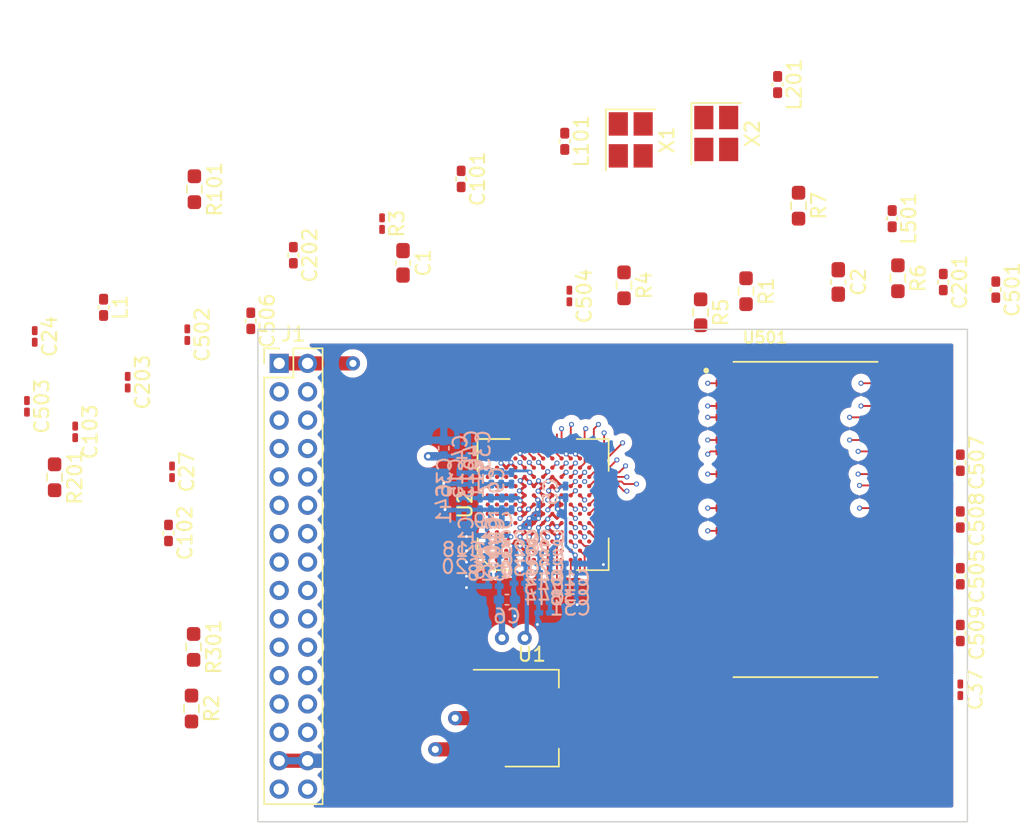
<source format=kicad_pcb>
(kicad_pcb (version 20211014) (generator pcbnew)
  (layers (0 "F.Cu" power "GND 1") (1 "In1.Cu" mixed "Signal 1") (2 "In2.Cu" mixed "Signal 2") (31 "B.Cu" power "GND 2") (34 "B.Paste" user "Dolna pasty") (35 "F.Paste" user "Górna pasty") (36 "B.SilkS" user "Dolna opisowa") (37 "F.SilkS" user "Górna opisowa") (38 "B.Mask" user "Dolna sodermaski") (39 "F.Mask" user "Górna soldermaski") (44 "Edge.Cuts" user "Krawędziowa"))
  (net 0 "")
  (net 1 "+3V3")
  (net 2 "GND")
  (net 3 "+1V2")
  (net 4 "Net-(C24-Pad1)")
  (net 5 "Net-(C102-Pad1)")
  (net 6 "Net-(C202-Pad1)")
  (net 7 "VCCQ")
  (net 10 "/Connector/SPI_CLOCK")
  (net 11 "/Connector/EXT_CLK")
  (net 12 "/Connector/SPI_DATA")
  (net 13 "/Connector/CONF_NSTATUS")
  (net 14 "/Connector/CONF_RESET")
  (net 15 "/Connector/CONF_CDONE")
  (net 16 "/Connector/BUS_CLK")
  (net 17 "/Connector/BUS_D0")
  (net 18 "/Connector/BUS_ACCESS")
  (net 19 "/Connector/BUS_D1")
  (net 20 "/Connector/BUS_GRANT")
  (net 21 "/Connector/BUS_D2")
  (net 22 "/Connector/BUS_COMMAND_DATA")
  (net 23 "/Connector/BUS_D3")
  (net 25 "/Connector/BUS_D4")
  (net 27 "/Connector/BUS_D5")
  (net 29 "/Connector/BUS_D6")
  (net 31 "/Connector/BUS_D7")
  (net 36 "Net-(L1-Pad1)")
  (net 37 "/fpga/CONF_DONE")
  (net 38 "Net-(R2-Pad1)")
  (net 39 "/fpga/CONF_RESET")
  (net 40 "Net-(R5-Pad2)")
  (net 41 "Net-(R6-Pad2)")
  (net 42 "Net-(R7-Pad2)")
  (net 43 "Net-(R101-Pad1)")
  (net 44 "/clock/50MHz")
  (net 45 "Net-(R201-Pad1)")
  (net 46 "/clock/74.25MHz")
  (net 71 "/fpga/CONF_NSTATUS")
  (net 99 "/fpga/SPI_DATA")
  (net 102 "/SDRAM/RAM_D3")
  (net 103 "/fpga/SPI_CLK")
  (net 104 "/SDRAM/RAM_A4")
  (net 105 "/SDRAM/RAM_A2")
  (net 106 "/SDRAM/RAM_A0")
  (net 107 "/SDRAM/RAM_LDQM")
  (net 108 "/SDRAM/RAM_D10")
  (net 109 "/SDRAM/RAM_D8")
  (net 110 "/SDRAM/RAM_D6")
  (net 111 "/SDRAM/RAM_D15")
  (net 112 "/SDRAM/RAM_D0")
  (net 113 "/SDRAM/RAM_A12")
  (net 114 "/SDRAM/RAM_A10")
  (net 115 "/SDRAM/RAM_A8")
  (net 116 "/SDRAM/RAM_D14")
  (net 117 "/SDRAM/RAM_D12")
  (net 118 "/SDRAM/RAM_CKE")
  (net 119 "/SDRAM/RAM_CS#")
  (net 120 "/SDRAM/RAM_RAS#")
  (net 122 "/SDRAM/RAM_D1")
  (net 123 "/SDRAM/RAM_A6")
  (net 124 "/SDRAM/RAM_A5")
  (net 125 "/SDRAM/RAM_A11")
  (net 126 "/SDRAM/RAM_A9")
  (net 127 "/SDRAM/RAM_UDQM")
  (net 128 "/SDRAM/RAM_D11")
  (net 129 "/SDRAM/RAM_D9")
  (net 130 "/SDRAM/RAM_CAS#")
  (net 131 "/SDRAM/RAM_D5")
  (net 132 "/SDRAM/RAM_BS1")
  (net 134 "/SDRAM/RAM_D2")
  (net 135 "/SDRAM/RAM_A7")
  (net 137 "/SDRAM/RAM_A3")
  (net 138 "/SDRAM/RAM_A1")
  (net 139 "/SDRAM/RAM_D13")
  (net 140 "/SDRAM/RAM_CLK")
  (net 141 "/SDRAM/RAM_WE#")
  (net 142 "/SDRAM/RAM_D7")
  (net 143 "/SDRAM/RAM_D4")
  (net 144 "/SDRAM/RAM_BS0")
  (footprint "Resistor_SMD:R_0603_1608Metric_Pad0.98x0.95mm_HandSolder" (layer "F.Cu") (at 167.6 69 -90)
    (fp_text reference "R6")
    (fp_text value "10k")
  )
  (footprint "Inductor_SMD:L_0402_1005Metric_Pad0.77x0.64mm_HandSolder" (layer "F.Cu") (at 167.2 64.8 -90)
    (fp_text reference "L501")
    (fp_text value "33ohm 100MHz")
  )
  (footprint "Capacitor_SMD:C_0402_1005Metric_Pad0.74x0.62mm_HandSolder" (layer "F.Cu") (at 125 67.375 -90)
    (fp_text reference "C202")
    (fp_text value "4.7u")
  )
  (footprint "Oscillator:Oscillator_SMD_SeikoEpson_SG210-4Pin_2.5x2.0mm_HandSoldering" (layer "F.Cu") (at 154.8 58.8 -90)
    (fp_text reference "X2")
    (fp_text value "SG-8101CG")
  )
  (footprint "Resistor_SMD:R_0603_1608Metric_Pad0.98x0.95mm_HandSolder" (layer "F.Cu") (at 160.6 63.8875 -90)
    (fp_text reference "R7")
    (fp_text value "10k")
  )
  (footprint "Resistor_SMD:R_0603_1608Metric_Pad0.98x0.95mm_HandSolder" (layer "F.Cu") (at 156.9 69.9125 -90)
    (fp_text reference "R1")
    (fp_text value "10k")
  )
  (footprint "Capacitor_SMD:C_0603_1608Metric_Pad1.08x0.95mm_HandSolder" (layer "F.Cu") (at 132.725 67.9125 -90)
    (fp_text reference "C1")
    (fp_text value "10u")
  )
  (footprint "Resistor_SMD:R_0603_1608Metric_Pad0.98x0.95mm_HandSolder" (layer "F.Cu") (at 153.7 71.4 -90)
    (fp_text reference "R5")
    (fp_text value "10k")
  )
  (footprint "Capacitor_SMD:C_0201_0603Metric_Pad0.64x0.40mm_HandSolder" (layer "F.Cu") (at 117.525 72.975 -90)
    (fp_text reference "C502")
    (fp_text value "0.1u")
  )
  (footprint "Capacitor_SMD:C_0402_1005Metric_Pad0.74x0.62mm_HandSolder" (layer "F.Cu") (at 172 82 -90)
    (fp_text reference "C507")
    (fp_text value "0.1u")
  )
  (footprint "Resistor_SMD:R_0201_0603Metric_Pad0.64x0.40mm_HandSolder" (layer "F.Cu") (at 131.25 65.15 -90)
    (fp_text reference "R3")
    (fp_text value "0R")
  )
  (footprint "Package_TO_SOT_SMD:SOT-223-3_TabPin2" (layer "F.Cu") (at 141.8 100)
    (fp_text reference "U1")
    (fp_text value "AMS1117-1.2")
  )
  (footprint "Inductor_SMD:L_0402_1005Metric_Pad0.77x0.64mm_HandSolder" (layer "F.Cu") (at 159.125 55.35 -90)
    (fp_text reference "L201")
    (fp_text value "33ohm 100MHz")
  )
  (footprint "Capacitor_SMD:C_0402_1005Metric_Pad0.74x0.62mm_HandSolder" (layer "F.Cu") (at 136.825 62 -90)
    (fp_text reference "C101")
    (fp_text value "4.7u")
  )
  (footprint "Capacitor_SMD:C_0402_1005Metric_Pad0.74x0.62mm_HandSolder" (layer "F.Cu") (at 172 90 -90)
    (fp_text reference "C505")
    (fp_text value "4.7u")
  )
  (footprint "Resistor_SMD:R_0603_1608Metric_Pad0.98x0.95mm_HandSolder" (layer "F.Cu") (at 117.82 99.3225 -90)
    (fp_text reference "R2")
    (fp_text value "10k")
  )
  (footprint "Resistor_SMD:R_0603_1608Metric_Pad0.98x0.95mm_HandSolder" (layer "F.Cu") (at 148.3 69.5 -90)
    (fp_text reference "R4")
    (fp_text value "10k")
  )
  (footprint "Oscillator:Oscillator_SMD_SeikoEpson_SG210-4Pin_2.5x2.0mm_HandSoldering" (layer "F.Cu") (at 148.775 59.25 -90)
    (fp_text reference "X1")
    (fp_text value "SG-8101CG")
  )
  (footprint "CustomBGA:BGA-169_13x13_9.0x9.0mm" (layer "F.Cu") (at 142.6 84.95 90)
    (fp_text reference "U2")
    (fp_text value "t20f169")
  )
  (footprint "Inductor_SMD:L_0402_1005Metric_Pad0.77x0.64mm_HandSolder" (layer "F.Cu") (at 144.125 59.35 -90)
    (fp_text reference "L101")
    (fp_text value "33ohm 100MHz")
  )
  (footprint "Resistor_SMD:R_0603_1608Metric_Pad0.98x0.95mm_HandSolder" (layer "F.Cu") (at 117.97 94.98 -90)
    (fp_text reference "R301")
    (fp_text value "50R")
  )
  (footprint "Capacitor_SMD:C_0402_1005Metric_Pad0.74x0.62mm_HandSolder" (layer "F.Cu") (at 170.8 69.2675 -90)
    (fp_text reference "C201")
    (fp_text value "4.7u")
  )
  (footprint "Resistor_SMD:R_0603_1608Metric_Pad0.98x0.95mm_HandSolder" (layer "F.Cu") (at 118.025 62.725 -90)
    (fp_text reference "R101")
    (fp_text value "33R")
  )
  (footprint "Connector_PinHeader_2.00mm:PinHeader_2x16_P2.00mm_Vertical" (layer "F.Cu") (at 124 75)
    (fp_text reference "J1")
    (fp_text value "Conn_02x16_Odd_Even")
  )
  (footprint "Capacitor_SMD:C_0201_0603Metric_Pad0.64x0.40mm_HandSolder" (layer "F.Cu") (at 113.325 76.325 -90)
    (fp_text reference "C203")
    (fp_text value "0.1u")
  )
  (footprint "Capacitor_SMD:C_0201_0603Metric_Pad0.64x0.40mm_HandSolder" (layer "F.Cu") (at 144.45 70.25 -90)
    (fp_text reference "C504")
    (fp_text value "0.1u")
  )
  (footprint "Inductor_SMD:L_0402_1005Metric_Pad0.77x0.64mm_HandSolder" (layer "F.Cu") (at 111.625 71.05 -90)
    (fp_text reference "L1")
    (fp_text value "33 Ohm 100MHz")
  )
  (footprint "Capacitor_SMD:C_0201_0603Metric_Pad0.64x0.40mm_HandSolder" (layer "F.Cu") (at 172 98 -90)
    (fp_text reference "C37")
    (fp_text value "0.1u")
  )
  (footprint "Capacitor_SMD:C_0201_0603Metric_Pad0.64x0.40mm_HandSolder" (layer "F.Cu") (at 106.775 73.1 -90)
    (fp_text reference "C24")
    (fp_text value "4.7u")
  )
  (footprint "Capacitor_SMD:C_0201_0603Metric_Pad0.64x0.40mm_HandSolder" (layer "F.Cu") (at 106.225 78.025 -90)
    (fp_text reference "C503")
    (fp_text value "0.1u")
  )
  (footprint "Capacitor_SMD:C_0402_1005Metric_Pad0.74x0.62mm_HandSolder" (layer "F.Cu") (at 172 94 -90)
    (fp_text reference "C509")
    (fp_text value "0.1u")
  )
  (footprint "Capacitor_SMD:C_0201_0603Metric_Pad0.64x0.40mm_HandSolder" (layer "F.Cu") (at 109.625 79.825 -90)
    (fp_text reference "C103")
    (fp_text value "0.1u")
  )
  (footprint "Capacitor_SMD:C_0603_1608Metric_Pad1.08x0.95mm_HandSolder" (layer "F.Cu") (at 163.4 69.2625 -90)
    (fp_text reference "C2")
    (fp_text value "10u")
  )
  (footprint "Capacitor_SMD:C_0402_1005Metric_Pad0.74x0.62mm_HandSolder" (layer "F.Cu") (at 116.2 86.95 -90)
    (fp_text reference "C102")
    (fp_text value "4.7u")
  )
  (footprint "Capacitor_SMD:C_0402_1005Metric_Pad0.74x0.62mm_HandSolder" (layer "F.Cu") (at 174.5 69.8 -90)
    (fp_text reference "C501")
    (fp_text value "4.7u")
  )
  (footprint "Capacitor_SMD:C_0201_0603Metric_Pad0.64x0.40mm_HandSolder" (layer "F.Cu") (at 116.45 82.6425 -90)
    (fp_text reference "C27")
    (fp_text value "0.1u")
  )
  (footprint "Capacitor_SMD:C_0402_1005Metric_Pad0.74x0.62mm_HandSolder" (layer "F.Cu") (at 172 86 -90)
    (fp_text reference "C508")
    (fp_text value "0.1u")
  )
  (footprint "Resistor_SMD:R_0603_1608Metric_Pad0.98x0.95mm_HandSolder" (layer "F.Cu") (at 108.175 83.025 -90)
    (fp_text reference "R201")
    (fp_text value "33R")
  )
  (footprint "Capacitor_SMD:C_0402_1005Metric_Pad0.74x0.62mm_HandSolder" (layer "F.Cu") (at 122 72 -90)
    (fp_text reference "C506")
    (fp_text value "0.1u")
  )
  (footprint "ram:SOP80P1176X120-54N" (layer "F.Cu") (at 161.0925 86)
    (fp_text reference "U501")
    (fp_text value "W9825G6KH-6")
  )
  (footprint "Capacitor_SMD:C_0201_0603Metric_Pad0.64x0.40mm_HandSolder" (layer "B.Cu") (at 140.95 90.5 180)
    (fp_text reference "C30")
    (fp_text value "0.1u" hide)
  )
  (footprint "Capacitor_SMD:C_0201_0603Metric_Pad0.64x0.40mm_HandSolder" (layer "B.Cu") (at 144.5 89.75)
    (fp_text reference "C17")
    (fp_text value "0.1u" hide)
  )
  (footprint "Capacitor_SMD:C_0201_0603Metric_Pad0.64x0.40mm_HandSolder" (layer "B.Cu") (at 136.525 81.125 90)
    (fp_text reference "C40")
    (fp_text value "0.22u" hide)
  )
  (footprint "Capacitor_SMD:C_0201_0603Metric_Pad0.64x0.40mm_HandSolder" (layer "B.Cu") (at 139.1 87.82 180)
    (fp_text reference "C18")
    (fp_text value "0.1u" hide)
  )
  (footprint "Capacitor_SMD:C_0201_0603Metric_Pad0.64x0.40mm_HandSolder" (layer "B.Cu") (at 140.37 83.1 -90)
    (fp_text reference "C9")
    (fp_text value "0.1u" hide)
  )
  (footprint "Capacitor_SMD:C_0201_0603Metric_Pad0.64x0.40mm_HandSolder" (layer "B.Cu") (at 140.956666 89.11 180)
    (fp_text reference "C25")
    (fp_text value "0.1u" hide)
  )
  (footprint "Capacitor_SMD:C_0201_0603Metric_Pad0.64x0.40mm_HandSolder" (layer "B.Cu") (at 142.75 88.4 180)
    (fp_text reference "C29")
    (fp_text value "0.1u" hide)
  )
  (footprint "Capacitor_SMD:C_0201_0603Metric_Pad0.64x0.40mm_HandSolder" (layer "B.Cu") (at 136.65 84.9 -90)
    (fp_text reference "C41")
    (fp_text value "0.22u" hide)
  )
  (footprint "Capacitor_SMD:C_0201_0603Metric_Pad0.64x0.40mm_HandSolder" (layer "B.Cu") (at 137.5 83.1 -90)
    (fp_text reference "C15")
    (fp_text value "0.1u" hide)
  )
  (footprint "Capacitor_SMD:C_0201_0603Metric_Pad0.64x0.40mm_HandSolder" (layer "B.Cu") (at 140.956666 89.8 180)
    (fp_text reference "C28")
    (fp_text value "0.1u" hide)
  )
  (footprint "Capacitor_SMD:C_0201_0603Metric_Pad0.64x0.40mm_HandSolder" (layer "B.Cu") (at 139.1 89.93 180)
    (fp_text reference "C34")
    (fp_text value "0.1u" hide)
  )
  (footprint "Capacitor_SMD:C_0201_0603Metric_Pad0.64x0.40mm_HandSolder" (layer "B.Cu") (at 137.325 81.15 90)
    (fp_text reference "C33")
    (fp_text value "0.22u" hide)
  )
  (footprint "Capacitor_SMD:C_0201_0603Metric_Pad0.64x0.40mm_HandSolder" (layer "B.Cu") (at 137.4 84.9 -90)
    (fp_text reference "C12")
    (fp_text value "0.1u" hide)
  )
  (footprint "Capacitor_SMD:C_0201_0603Metric_Pad0.64x0.40mm_HandSolder" (layer "B.Cu") (at 142.7 91.175 180)
    (fp_text reference "C42")
    (fp_text value "0.22u" hide)
  )
  (footprint "Capacitor_SMD:C_0201_0603Metric_Pad0.64x0.40mm_HandSolder" (layer "B.Cu") (at 138.15 84.9 -90)
    (fp_text reference "C16")
    (fp_text value "0.1u")
  )
  (footprint "Capacitor_SMD:C_0201_0603Metric_Pad0.64x0.40mm_HandSolder" (layer "B.Cu") (at 140.956666 88.42 180)
    (fp_text reference "C22")
    (fp_text value "0.1u" hide)
  )
  (footprint "Capacitor_SMD:C_0402_1005Metric_Pad0.74x0.62mm_HandSolder" (layer "B.Cu") (at 135.6 80.975 90)
    (fp_text reference "C4")
    (fp_text value "4.7u" hide)
  )
  (footprint "Capacitor_SMD:C_0201_0603Metric_Pad0.64x0.40mm_HandSolder" (layer "B.Cu") (at 138.92 84.9 -90)
    (fp_text reference "C14")
    (fp_text value "0.1u" hide)
  )
  (footprint "Capacitor_SMD:C_0402_1005Metric_Pad0.74x0.62mm_HandSolder" (layer "B.Cu") (at 140.05 91.65)
    (fp_text reference "C6")
    (fp_text value "4.7u" hide)
  )
  (footprint "Capacitor_SMD:C_0201_0603Metric_Pad0.64x0.40mm_HandSolder" (layer "B.Cu") (at 142.7 89.1 180)
    (fp_text reference "C26")
    (fp_text value "0.1u" hide)
  )
  (footprint "Capacitor_SMD:C_0201_0603Metric_Pad0.64x0.40mm_HandSolder" (layer "B.Cu") (at 144.18 84.05 -90)
    (fp_text reference "C5")
    (fp_text value "0.1u" hide)
  )
  (footprint "Capacitor_SMD:C_0201_0603Metric_Pad0.64x0.40mm_HandSolder" (layer "B.Cu") (at 144.5 90.475)
    (fp_text reference "C38")
    (fp_text value "0.22u" hide)
  )
  (footprint "Capacitor_SMD:C_0201_0603Metric_Pad0.64x0.40mm_HandSolder" (layer "B.Cu") (at 142.675 91.825 180)
    (fp_text reference "C43")
    (fp_text value "0.22u" hide)
  )
  (footprint "Capacitor_SMD:C_0201_0603Metric_Pad0.64x0.40mm_HandSolder" (layer "B.Cu") (at 139.1 89.26 180)
    (fp_text reference "C32")
    (fp_text value "0.1u" hide)
  )
  (footprint "Capacitor_SMD:C_0201_0603Metric_Pad0.64x0.40mm_HandSolder" (layer "B.Cu") (at 142.7 89.75 180)
    (fp_text reference "C23")
    (fp_text value "0.1u" hide)
  )
  (footprint "Capacitor_SMD:C_0201_0603Metric_Pad0.64x0.40mm_HandSolder" (layer "B.Cu") (at 138.95 83.1 -90)
    (fp_text reference "C11")
    (fp_text value "0.1u" hide)
  )
  (footprint "Capacitor_SMD:C_0201_0603Metric_Pad0.64x0.40mm_HandSolder" (layer "B.Cu") (at 139.1 87.15 180)
    (fp_text reference "C39")
    (fp_text value "0.22u" hide)
  )
  (footprint "Capacitor_SMD:C_0201_0603Metric_Pad0.64x0.40mm_HandSolder" (layer "B.Cu") (at 142.7 90.4 180)
    (fp_text reference "C21")
    (fp_text value "0.1u" hide)
  )
  (footprint "Capacitor_SMD:C_0201_0603Metric_Pad0.64x0.40mm_HandSolder" (layer "B.Cu") (at 139.65 83.1 -90)
    (fp_text reference "C7")
    (fp_text value "0.1u" hide)
  )
  (footprint "Capacitor_SMD:C_0201_0603Metric_Pad0.64x0.40mm_HandSolder" (layer "B.Cu") (at 138.25 83.1 -90)
    (fp_text reference "C13")
    (fp_text value "0.1u" hide)
  )
  (footprint "Capacitor_SMD:C_0201_0603Metric_Pad0.64x0.40mm_HandSolder" (layer "B.Cu") (at 140.38 84.9 -90)
    (fp_text reference "C8")
    (fp_text value "0.1u" hide)
  )
  (footprint "Capacitor_SMD:C_0201_0603Metric_Pad0.64x0.40mm_HandSolder" (layer "B.Cu") (at 139.1 90.7 180)
    (fp_text reference "C36")
    (fp_text value "0.1u" hide)
  )
  (footprint "Capacitor_SMD:C_0201_0603Metric_Pad0.64x0.40mm_HandSolder" (layer "B.Cu") (at 144.525 91.2)
    (fp_text reference "C31")
    (fp_text value "0.22u" hide)
  )
  (footprint "Capacitor_SMD:C_0201_0603Metric_Pad0.64x0.40mm_HandSolder" (layer "B.Cu") (at 139.69 84.9 -90)
    (fp_text reference "C10")
    (fp_text value "0.1u" hide)
  )
  (footprint "Capacitor_SMD:C_0201_0603Metric_Pad0.64x0.40mm_HandSolder" (layer "B.Cu") (at 144.5 89.1)
    (fp_text reference "C19")
    (fp_text value "0.1u" hide)
  )
  (footprint "Capacitor_SMD:C_0201_0603Metric_Pad0.64x0.40mm_HandSolder" (layer "B.Cu") (at 142.7 92.575 180)
    (fp_text reference "C44")
    (fp_text value "0.22u" hide)
  )
  (footprint "Capacitor_SMD:C_0201_0603Metric_Pad0.64x0.40mm_HandSolder" (layer "B.Cu") (at 139.1 88.57 180)
    (fp_text reference "C20")
    (fp_text value "0.1u" hide)
  )
  (footprint "Capacitor_SMD:C_0201_0603Metric_Pad0.64x0.40mm_HandSolder" (layer "B.Cu") (at 136.7 83.05 -90)
    (fp_text reference "C35")
    (fp_text value "0.22u" hide)
  )
  (gr_rect (start 172.5 72.6) (end 122.5 107.3) (layer "Edge.Cuts") (width 0.1) (fill none))
  (segment (start 142.925 84.625) (end 143.25 84.95) (width 0.2) (layer "F.Cu") (net 1))
  (segment (start 143.25 83.65) (end 142.925 83.975) (width 0.2) (layer "F.Cu") (net 1))
  (segment (start 142.925 86.575) (end 143.25 86.9) (width 0.2) (layer "F.Cu") (net 1))
  (segment (start 143.575 83.325) (end 143.9 83.65) (width 0.2) (layer "F.Cu") (net 1))
  (segment (start 141.95 83) (end 141.945 83) (width 0.2) (layer "F.Cu") (net 1))
  (segment (start 143.575 87.225) (end 143.9 86.9) (width 0.2) (layer "F.Cu") (net 1))
  (segment (start 143.25 83.65) (end 143.575 83.975) (width 0.2) (layer "F.Cu") (net 1))
  (segment (start 142.925 86.575) (end 143.25 86.25) (width 0.2) (layer "F.Cu") (net 1))
  (segment (start 141.945 83) (end 141.625 82.68) (width 0.2) (layer "F.Cu") (net 1))
  (segment (start 143.9 86.25) (end 143.575 86.575) (width 0.2) (layer "F.Cu") (net 1))
  (segment (start 124 75) (end 126 75) (width 1) (layer "F.Cu") (net 1))
  (segment (start 135 102.2) (end 138.55 102.2) (width 1) (layer "F.Cu") (net 1))
  (segment (start 143.25 83) (end 143.575 83.325) (width 0.2) (layer "F.Cu") (net 1))
  (segment (start 143.25 84.3) (end 142.925 84.625) (width 0.2) (layer "F.Cu") (net 1))
  (segment (start 143.25 84.95) (end 142.925 85.275) (width 0.2) (layer "F.Cu") (net 1))
  (segment (start 141.95 86.9) (end 141.625 87.225) (width 0.2) (layer "F.Cu") (net 1))
  (segment (start 142.925 83.975) (end 143.25 84.3) (width 0.2) (layer "F.Cu") (net 1))
  (segment (start 138.55 102.2) (end 138.65 102.3) (width 1) (layer "F.Cu") (net 1))
  (segment (start 143.9 83.65) (end 143.575 83.975) (width 0.2) (layer "F.Cu") (net 1))
  (segment (start 143.25 86.25) (end 143.575 86.575) (width 0.2) (layer "F.Cu") (net 1))
  (segment (start 126 75) (end 129.2 75) (width 1) (layer "F.Cu") (net 1))
  (segment (start 143.25 83) (end 142.925 83.325) (width 0.2) (layer "F.Cu") (net 1))
  (segment (start 143.25 86.9) (end 143.575 87.225) (width 0.2) (layer "F.Cu") (net 1))
  (via (at 141.66 82.68) (size 0.356) (drill 0.2) (layers "F.Cu" "B.Cu") (net 1))
  (via (at 134.5 81.55) (size 0.6) (drill 0.3) (layers "F.Cu" "B.Cu") (net 1))
  (via (at 143.63 87.21) (size 0.356) (drill 0.2) (layers "F.Cu" "B.Cu") (net 1))
  (via (at 142.93 85.32) (size 0.356) (drill 0.2) (layers "F.Cu" "B.Cu") (net 1))
  (via (at 142.925 86.575) (size 0.356) (drill 0.2) (layers "F.Cu" "B.Cu") (net 1))
  (via (at 143.58 86.51) (size 0.356) (drill 0.2) (layers "F.Cu" "B.Cu") (net 1))
  (via (at 141.625 87.225) (size 0.356) (drill 0.2) (layers "F.Cu" "B.Cu") (net 1))
  (via (at 135 102.2) (size 1) (drill 0.5) (layers "F.Cu" "B.Cu") (net 1))
  (via (at 142.99 83.975) (size 0.356) (drill 0.2) (layers "F.Cu" "B.Cu") (net 1))
  (via (at 142.96 83.3) (size 0.356) (drill 0.2) (layers "F.Cu" "B.Cu") (net 1))
  (via (at 142.925 84.62) (size 0.356) (drill 0.2) (layers "F.Cu" "B.Cu") (net 1))
  (via (at 143.59 83.92) (size 0.356) (drill 0.2) (layers "F.Cu" "B.Cu") (net 1))
  (via (at 129.2 75) (size 1) (drill 0.5) (layers "F.Cu" "B.Cu") (net 1))
  (segment (start 136.7 82.6425) (end 136.7 82.1825) (width 0.3) (layer "B.Cu") (net 1))
  (segment (start 143.1075 90.4) (end 143.1075 91.175) (width 0.3) (layer "B.Cu") (net 1))
  (segment (start 144.1775 83.64) (end 144.18 83.6425) (width 0.2) (layer "B.Cu") (net 1))
  (segment (start 143.9 83.64) (end 144.1775 83.64) (width 0.2) (layer "B.Cu") (net 1))
  (segment (start 135.597433 81.5425) (end 135.589933 81.55) (width 0.6) (layer "B.Cu") (net 1))
  (segment (start 143.1575 88.1425) (end 143.575 87.725) (width 0.3) (layer "B.Cu") (net 1))
  (segment (start 143.1575 88.4) (end 143.1575 89.05) (width 0.3) (layer "B.Cu") (net 1))
  (segment (start 143.1075 89.75) (end 143.1075 90.4) (width 0.3) (layer "B.Cu") (net 1))
  (segment (start 136.75 82.6925) (end 136.7 82.6425) (width 0.3) (layer "B.Cu") (net 1))
  (segment (start 137.325 81.5575) (end 136.55 81.5575) (width 0.3) (layer "B.Cu") (net 1))
  (segment (start 135.61 81.5325) (end 135.6 81.5425) (width 0.3) (layer "B.Cu") (net 1))
  (segment (start 144.0925 91.175) (end 144.1175 91.2) (width 0.3) (layer "B.Cu") (net 1))
  (segment (start 144.1175 91.2) (end 144.1175 90.5) (width 0.3) (layer "B.Cu") (net 1))
  (segment (start 135.6 81.5425) (end 135.597433 81.5425) (width 0.6) (layer "B.Cu") (net 1))
  (segment (start 136.7 82.1825) (end 137.325 81.5575) (width 0.3) (layer "B.Cu") (net 1))
  (segment (start 137.5 82.6925) (end 136.75 82.6925) (width 0.3) (layer "B.Cu") (net 1))
  (segment (start 143.1825 90.475) (end 143.1075 90.4) (width 0.3) (layer "B.Cu") (net 1))
  (segment (start 143.1575 89.05) (end 143.1075 89.1) (width 0.3) (layer "B.Cu") (net 1))
  (segment (start 136.55 81.5575) (end 136.525 81.5325) (width 0.3) (layer "B.Cu") (net 1))
  (segment (start 143.1575 88.4) (end 143.1575 88.1425) (width 0.3) (layer "B.Cu") (net 1))
  (segment (start 138.95 82.6925) (end 138.25 82.6925) (width 0.3) (layer "B.Cu") (net 1))
  (segment (start 143.1075 91.175) (end 144.0925 91.175) (width 0.3) (layer "B.Cu") (net 1))
  (segment (start 143.1075 89.75) (end 144.0925 89.75) (width 0.3) (layer "B.Cu") (net 1))
  (segment (start 143.575 87.725) (end 143.575 87.225) (width 0.3) (layer "B.Cu") (net 1))
  (segment (start 144.0925 89.75) (end 144.0925 90.475) (width 0.3) (layer "B.Cu") (net 1))
  (segment (start 144.1175 90.5) (end 144.0925 90.475) (width 0.3) (layer "B.Cu") (net 1))
  (segment (start 143.0825 91.825) (end 143.0825 92.55) (width 0.3) (layer "B.Cu") (net 1))
  (segment (start 141.68 82.69) (end 141.565 82.575) (width 0.2) (layer "B.Cu") (net 1))
  (segment (start 143.1075 91.8) (end 143.0825 91.825) (width 0.3) (layer "B.Cu") (net 1))
  (segment (start 143.575 83.965) (end 143.9 83.64) (width 0.2) (layer "B.Cu") (net 1))
  (segment (start 144.0925 89.1) (end 143.1075 89.1) (width 0.3) (layer "B.Cu") (net 1))
  (segment (start 143.1075 91.175) (end 143.1075 91.8) (width 0.3) (layer "B.Cu") (net 1))
  (segment (start 143.1075 89.1) (end 143.1075 89.75) (width 0.3) (layer "B.Cu") (net 1))
  (segment (start 144.0925 90.475) (end 143.1825 90.475) (width 0.3) (layer "B.Cu") (net 1))
  (segment (start 135.589933 81.55) (end 134.5 81.55) (width 0.6) (layer "B.Cu") (net 1))
  (segment (start 136.525 81.5325) (end 135.61 81.5325) (width 0.3) (layer "B.Cu") (net 1))
  (segment (start 143.575 83.975) (end 143.575 83.965) (width 0.2) (layer "B.Cu") (net 1))
  (segment (start 141.565 82.575) (end 140.297495 82.575) (width 0.2) (layer "B.Cu") (net 1))
  (segment (start 144.0925 89.75) (end 144.0925 89.1) (width 0.3) (layer "B.Cu") (net 1))
  (segment (start 140.37 82.6925) (end 139.65 82.6925) (width 0.3) (layer "B.Cu") (net 1))
  (segment (start 143.0825 92.55) (end 143.1075 92.575) (width 0.3) (layer "B.Cu") (net 1))
  (segment (start 139.65 82.6925) (end 138.95 82.6925) (width 0.3) (layer "B.Cu") (net 1))
  (segment (start 138.25 82.6925) (end 137.5 82.6925) (width 0.3) (layer "B.Cu") (net 1))
  (segment (start 126 103) (end 127.9 103) (width 1) (layer "F.Cu") (net 2))
  (segment (start 141.625 86.575) (end 141.3 86.25) (width 0.2) (layer "F.Cu") (net 2))
  (segment (start 124 103) (end 126 103) (width 1) (layer "F.Cu") (net 2))
  (segment (start 140 82.35) (end 140.325 82.025) (width 0.2) (layer "F.Cu") (net 2))
  (segment (start 141.3 81.7) (end 140.975 81.375) (width 0.2) (layer "F.Cu") (net 2))
  (segment (start 141.3 86.25) (end 140.975 86.575) (width 0.2) (layer "F.Cu") (net 2))
  (segment (start 145.85 86.9) (end 146.175 87.225) (width 0.15) (layer "F.Cu") (net 2))
  (segment (start 141.3 88.2) (end 140.975 87.875) (width 0.2) (layer "F.Cu") (net 2))
  (segment (start 141.625 85.925) (end 141.95 86.25) (width 0.2) (layer "F.Cu") (net 2))
  (segment (start 142.6 85.6) (end 142.275 85.925) (width 0.2) (layer "F.Cu") (net 2))
  (segment (start 146.5 88.85) (end 146.825 89.175) (width 0.2) (layer "F.Cu") (net 2))
  (segment (start 127.9 103) (end 127.91 102.99) (width 1) (layer "F.Cu") (net 2))
  (segment (start 142.275 84.625) (end 142.6 84.95) (width 0.2) (layer "F.Cu") (net 2))
  (segment (start 142.6 84.95) (end 142.275 85.275) (width 0.2) (layer "F.Cu") (net 2))
  (segment (start 144.91 81.41) (end 144.9 81.41) (width 0.13) (layer "F.Cu") (net 2))
  (segment (start 143.575 84.625) (end 143.9 84.95) (width 0.2) (layer "F.Cu") (net 2))
  (segment (start 146.175 87.225) (end 147.525 87.225) (width 0.15) (layer "F.Cu") (net 2))
  (segment (start 144.864511 88.514511) (end 144.864511 89.985489) (width 0.15) (layer "F.Cu") (net 2))
  (segment (start 143.9 84.3) (end 143.575 84.625) (width 0.2) (layer "F.Cu") (net 2))
  (segment (start 140.65 87.55) (end 140.325 87.875) (width 0.2) (layer "F.Cu") (net 2))
  (segment (start 141.95 85.6) (end 142.275 85.275) (width 0.2) (layer "F.Cu") (net 2))
  (segment (start 138.7 88.85) (end 138.05 89.5) (width 0.2) (layer "F.Cu") (net 2))
  (segment (start 139.63 82.025) (end 139.675 82.025) (width 0.2) (layer "F.Cu") (net 2))
  (segment (start 144.55 81.7) (end 144.225 81.375) (width 0.13) (layer "F.Cu") (net 2))
  (segment (start 141.95 86.25) (end 141.625 86.575) (width 0.2) (layer "F.Cu") (net 2))
  (segment (start 142.275 85.925) (end 141.95 85.6) (width 0.2) (layer "F.Cu") (net 2))
  (segment (start 138.7 81.05) (end 138.675 81.05) (width 0.2) (layer "F.Cu") (net 2))
  (segment (start 140.325 82.025) (end 140.65 82.35) (width 0.2) (layer "F.Cu") (net 2))
  (segment (start 141.95 84.3) (end 142.275 84.625) (width 0.2) (layer "F.Cu") (net 2))
  (segment (start 143.9 84.95) (end 143.575 85.275) (width 0.2) (layer "F.Cu") (net 2))
  (segment (start 145.85 86.9) (end 145.855 86.9) (width 0.2) (layer "F.Cu") (net 2))
  (segment (start 141.3 86.25) (end 141.625 85.925) (width 0.2) (layer "F.Cu") (net 2))
  (segment (start 144.85 90) (end 144.864511 89.985489) (width 0.15) (layer "F.Cu") (net 2))
  (segment (start 142.275 85.275) (end 142.6 85.6) (width 0.2) (layer "F.Cu") (net 2))
  (segment (start 144.55 88.2) (end 144.864511 88.514511) (width 0.15) (layer "F.Cu") (net 2))
  (segment (start 141.95 86.25) (end 142.275 85.925) (width 0.2) (layer "F.Cu") (net 2))
  (segment (start 140.975 87.875) (end 140.65 87.55) (width 0.2) (layer "F.Cu") (net 2))
  (segment (start 146.825 89.175) (end 146.85 89.175) (width 0.2) (layer "F.Cu") (net 2))
  (segment (start 145.2 81.7) (end 144.91 81.41) (width 0.13) (layer "F.Cu") (net 2))
  (segment (start 141.95 85.6) (end 141.625 85.925) (width 0.2) (layer "F.Cu") (net 2))
  (segment (start 142.25 93.35) (end 142.2 93.4) (width 0.3) (layer "F.Cu") (net 2))
  (segment (start 139.675 82.025) (end 140 82.35) (width 0.2) (layer "F.Cu") (net 2))
  (via (at 142.275 85.925) (size 0.356) (drill 0.2) (layers "F.Cu" "B.Cu") (net 2))
  (via (at 142.2 93.4) (size 0.45) (drill 0.2) (layers "F.Cu" "B.Cu") (net 2))
  (via (at 135.6825 85.3075) (size 0.45) (drill 0.2) (layers "F.Cu" "B.Cu") (net 2))
  (via (at 141.625 85.925) (size 0.356) (drill 0.2) (layers "F.Cu" "B.Cu") (net 2))
  (via (at 142.21 85.29) (size 0.356) (drill 0.2) (layers "F.Cu" "B.Cu") (net 2))
  (via (at 141.625 86.575) (size 0.356) (drill 0.2) (layers "F.Cu" "B.Cu") (net 2))
  (via (at 140.325 87.875) (size 0.356) (drill 0.2) (layers "F.Cu" "B.Cu") (net 2))
  (via (at 140.6 92.8) (size 0.45) (drill 0.2) (layers "F.Cu" "B.Cu") (net 2))
  (via (at 140.975 87.875) (size 0.356) (drill 0.2) (layers "F.Cu" "B.Cu") (net 2))
  (via (at 137.2 87.2) (size 0.45) (drill 0.2) (layers "F.Cu" "B.Cu") (net 2))
  (via (at 139.63 82.025) (size 0.356) (drill 0.2) (layers "F.Cu" "B.Cu") (net 2))
  (via (at 137.2 90) (size 0.45) (drill 0.2) (layers "F.Cu" "B.Cu") (net 2))
  (via (at 143.64 84.62) (size 0.356) (drill 0.2) (layers "F.Cu" "B.Cu") (net 2))
  (via (at 135.5925 83.4575) (size 0.45) (drill 0.2) (layers "F.Cu" "B.Cu") (net 2))
  (via (at 145 92) (size 0.45) (drill 0.2) (layers "F.Cu" "B.Cu") (net 2))
  (via (at 143.63 85.26) (size 0.356) (drill 0.2) (layers "F.Cu" "B.Cu") (net 2))
  (via (at 144.864511 88.514511) (size 0.356) (drill 0.2) (layers "F.Cu" "B.Cu") (net 2))
  (via (at 140.975 86.575) (size 0.356) (drill 0.2) (layers "F.Cu" "B.Cu") (net 2))
  (via (at 142.22 84.62) (size 0.356) (drill 0.2) (layers "F.Cu" "B.Cu") (net 2))
  (via (at 140.33 81.98) (size 0.356) (drill 0.2) (layers "F.Cu" "B.Cu") (net 2))
  (via (at 144.225 81.375) (size 0.356) (drill 0.2) (layers "F.Cu" "B.Cu") (net 2))
  (via (at 144.875 81.375) (size 0.356) (drill 0.2) (layers "F.Cu" "B.Cu") (net 2))
  (via (at 137.2 88.2) (size 0.45) (drill 0.2) (layers "F.Cu" "B.Cu") (net 2))
  (via (at 137.2 89) (size 0.45) (drill 0.2) (layers "F.Cu" "B.Cu") (net 2))
  (via (at 140.975 81.34) (size 0.356) (drill 0.2) (layers "F.Cu" "B.Cu") (net 2))
  (via (at 146.85 89.175) (size 0.356) (drill 0.2) (layers "F.Cu" "B.Cu") (net 2))
  (via (at 137.2 90.8) (size 0.45) (drill 0.2) (layers "F.Cu" "B.Cu") (net 2))
  (segment (start 137.2 88.2) (end 136.45 88.2) (width 0.3) (layer "B.Cu") (net 2))
  (segment (start 144.2 87.85) (end 144.864511 88.514511) (width 0.2) (layer "B.Cu") (net 2))
  (segment (start 138.95 83.5075) (end 138.25 83.5075) (width 0.3) (layer "B.Cu") (net 2))
  (segment (start 141.625 85.925) (end 142.275 85.275) (width 0.2) (layer "B.Cu") (net 2))
  (segment (start 144.864511 88.514511) (end 144.864511 89.057011) (width 0.3) (layer "B.Cu") (net 2))
  (segment (start 142.2925 91.8) (end 142.2675 91.825) (width 0.3) (layer "B.Cu") (net 2))
  (segment (start 138.6925 87.82) (end 137.58 87.82) (width 0.3) (layer "B.Cu") (net 2))
  (segment (start 144.9075 89.1) (end 144.9075 89.75) (width 0.3) (layer "B.Cu") (net 2))
  (segment (start 144.9075 91.175) (end 144.9325 91.2) (width 0.3) (layer "B.Cu") (net 2))
  (segment (start 139.69 85.3075) (end 138.92 85.3075) (width 0.3) (layer "B.Cu") (net 2))
  (segment (start 138.07 89.93) (end 137.2 90.8) (width 0.3) (layer "B.Cu") (net 2))
  (segment (start 140.5425 91.575) (end 140.6175 91.65) (width 0.3) (layer "B.Cu") (net 2))
  (segment (start 138.6925 89.93) (end 138.07 89.93) (width 0.3) (layer "B.Cu") (net 2))
  (segment (start 144.225 81.165) (end 144.23 81.16) (width 0.13) (layer "B.Cu") (net 2))
  (segment (start 140.975 87.875) (end 140.325 87.875) (width 0.2) (layer "B.Cu") (net 2))
  (segment (start 142.2925 89.75) (end 142.2925 90.4) (width 0.3) (layer "B.Cu") (net 2))
  (segment (start 137.2 87.2) (end 136.3 87.2) (width 0.3) (layer "B.Cu") (net 2))
  (segment (start 136.7 83.4575) (end 135.5925 83.4575) (width 0.3) (layer "B.Cu") (net 2))
  (segment (start 144.9075 89.75) (end 144.9075 90.475) (width 0.3) (layer "B.Cu") (net 2))
  (segment (start 140.5425 90.5) (end 140.5425 91.575) (width 0.3) (layer "B.Cu") (net 2))
  (segment (start 136.65 85.3075) (end 135.6825 85.3075) (width 0.3) (layer "B.Cu") (net 2))
  (segment (start 140.38 85.3075) (end 139.69 85.3075) (width 0.3) (layer "B.Cu") (net 2))
  (segment (start 142.2 93.4) (end 142.2 92.6675) (width 0.3) (layer "B.Cu") (net 2))
  (segment (start 138.92 85.3075) (end 138.15 85.3075) (width 0.3) (layer "B.Cu") (net 2))
  (segment (start 137.2 89) (end 136.5 89) (width 0.3) (layer "B.Cu") (net 2))
  (segment (start 137.63 88.57) (end 137.2 89) (width 0.3) (layer "B.Cu") (net 2))
  (segment (start 137.94 89.26) (end 137.2 90) (width 0.3) (layer "B.Cu") (net 2))
  (segment (start 142.275 85.925) (end 142.275 85.275) (width 0.3) (layer "B.Cu") (net 2))
  (segment (start 138.6925 89.26) (end 137.94 89.26) (width 0.3) (layer "B.Cu") (net 2))
  (segment (start 137.25 87.15) (end 137.2 87.2) (width 0.3) (layer "B.Cu") (net 2))
  (segment (start 138.6925 89.26) (end 138.6925 88.57) (width 0.3) (layer "B.Cu") (net 2))
  (segment (start 142.3425 89.05) (end 142.2925 89.1) (width 0.3) (layer "B.Cu") (net 2))
  (segment (start 144.9325 91.9325) (end 145 92) (width 0.3) (layer "B.Cu") (net 2))
  (segment (start 140.975 86.575) (end 141.625 85.925) (width 0.2) (layer "B.Cu") (net 2))
  (segment (start 136.5 89) (end 136.45 88.95) (width 0.3) (layer "B.Cu") (net 2))
  (segment (start 140.6175 92.7825) (end 140.6 92.8) (width 0.3) (layer "B.Cu") (net 2))
  (segment (start 142.2925 89.1) (end 142.2925 89.75) (width 0.3) (layer "B.Cu") (net 2))
  (segment (start 139.65 83.5075) (end 138.95 83.5075) (width 0.3) (layer "B.Cu") (net 2))
  (segment (start 146.85 89.175) (end 144.9825 89.175) (width 0.3) (layer "B.Cu") (net 2))
  (segment (start 137.4 85.3075) (end 136.65 85.3075) (width 0.3) (layer "B.Cu") (net 2))
  (segment (start 140.549166 89.8) (end 140.549166 90.493334) (width 0.3) (layer "B.Cu") (net 2))
  (segment (start 140.549166 88.099166) (end 140.325 87.875) (width 0.3) (layer "B.Cu") (net 2))
  (segment (start 140.37 83.5075) (end 139.65 83.5075) (width 0.3) (layer "B.Cu") (net 2))
  (segment (start 126 103) (end 127.75 103) (width 1) (layer "B.Cu") (net 2))
  (segment (start 142.2675 92.55) (end 142.2925 92.575) (width 0.3) (layer "B.Cu") (net 2))
  (segment (start 144.18 84.4575) (end 144.18 85.88) (width 0.2) (layer "B.Cu") (net 2))
  (segment (start 142.2 92.6675) (end 142.2925 92.575) (width 0.3) (layer "B.Cu") (net 2))
  (segment (start 137.5 83.5075) (end 136.75 83.5075) (width 0.3) (layer "B.Cu") (net 2))
  (segment (start 143.7425 84.4575) (end 143.575 84.625) (width 0.2) (layer "B.Cu") (net 2))
  (segment (start 138.6925 87.15) (end 137.25 87.15) (width 0.3) (layer "B.Cu") (net 2))
  (segment (start 140.975 86.575) (end 141.625 86.575) (width 0.3) (layer "B.Cu") (net 2))
  (segment (start 137.58 87.82) (end 137.2 88.2) (width 0.3) (layer "B.Cu") (net 2))
  (segment (start 144.864511 89.057011) (end 144.9075 89.1) (width 0.3) (layer "B.Cu") (net 2))
  (segment (start 140.325 87.875) (end 140.325 89.75) (width 0.2) (layer "B.Cu") (net 2))
  (segment (start 138.6925 88.57) (end 137.63 88.57) (width 0.3) (layer "B.Cu") (net 2))
  (segment (start 140.975 81.34) (end 140.975 81.15) (width 0.3) (layer "B.Cu") (net 2))
  (segment (start 141.625 85.925) (end 142.275 85.925) (width 0.3) (layer "B.Cu") (net 2))
  (segment (start 138.25 83.5075) (end 137.5 83.5075) (width 0.3) (layer "B.Cu") (net 2))
  (segment (start 142.2675 91.825) (end 142.2675 92.55) (width 0.3) (layer "B.Cu") (net 2))
  (segment (start 140.549166 89.11) (end 140.549166 89.8) (width 0.3) (layer "B.Cu") (net 2))
  (segment (start 141.625 85.925) (end 141.625 86.575) (width 0.3) (layer "B.Cu") (net 2))
  (segment (start 140.549166 90.493334) (end 140.5425 90.5) (width 0.3) (layer "B.Cu") (net 2))
  (segment (start 138.6925 87.82) (end 138.6925 87.15) (width 0.3) (layer "B.Cu") (net 2))
  (segment (start 143.575 84.625) (end 143.575 85.275) (width 0.3) (layer "B.Cu") (net 2))
  (segment (start 137.2 90) (end 136.55 90) (width 0.3) (layer "B.Cu") (net 2))
  (segment (start 142.275 85.275) (end 142.275 84.625) (width 0.3) (layer "B.Cu") (net 2))
  (segment (start 142.2925 91.175) (end 142.2925 91.8) (width 0.3) (layer "B.Cu") (net 2))
  (segment (start 138.6925 90.7) (end 138.6925 89.93) (width 0.3) (layer "B.Cu") (net 2))
  (segment (start 144.2 85.9) (end 144.2 87.85) (width 0.2) (layer "B.Cu") (net 2))
  (segment (start 144.9075 90.475) (end 144.9075 91.175) (width 0.3) (layer "B.Cu") (net 2))
  (segment (start 140.6175 91.65) (end 140.6175 92.7825) (width 0.3) (layer "B.Cu") (net 2))
  (segment (start 144.225 81.375) (end 144.225 81.165) (width 0.13) (layer "B.Cu") (net 2))
  (segment (start 142.2925 90.4) (end 142.2925 91.175) (width 0.3) (layer "B.Cu") (net 2))
  (segment (start 144.18 84.4575) (end 143.7425 84.4575) (width 0.2) (layer "B.Cu") (net 2))
  (segment (start 144.18 85.88) (end 144.2 85.9) (width 0.2) (layer "B.Cu") (net 2))
  (segment (start 135.5925 83.4575) (end 135.575 83.475) (width 0.3) (layer "B.Cu") (net 2))
  (segment (start 138.6925 89.93) (end 138.6925 89.26) (width 0.3) (layer "B.Cu") (net 2))
  (segment (start 142.3425 88.4) (end 142.3425 89.05) (width 0.3) (layer "B.Cu") (net 2))
  (segment (start 144.9825 89.175) (end 144.9075 89.1) (width 0.3) (layer "B.Cu") (net 2))
  (segment (start 127.75 103) (end 127.78 103.03) (width 1) (layer "B.Cu") (net 2))
  (segment (start 140.549166 88.42) (end 140.549166 89.11) (width 0.3) (layer "B.Cu") (net 2))
  (segment (start 140.549166 88.42) (end 140.549166 88.099166) (width 0.3) (layer "B.Cu") (net 2))
  (segment (start 138.15 85.3075) (end 137.4 85.3075) (width 0.3) (layer "B.Cu") (net 2))
  (segment (start 136.75 83.5075) (end 136.7 83.4575) (width 0.3) (layer "B.Cu") (net 2))
  (segment (start 138.6925 88.57) (end 138.6925 87.82) (width 0.3) (layer "B.Cu") (net 2))
  (segment (start 135.6825 85.3075) (end 135.625 85.25) (width 0.3) (layer "B.Cu") (net 2))
  (segment (start 143.575 85.275) (end 144.2 85.9) (width 0.2) (layer "B.Cu") (net 2))
  (segment (start 144.9325 91.2) (end 144.9325 91.9325) (width 0.3) (layer "B.Cu") (net 2))
  (segment (start 140.975 83.975) (end 141.3 84.3) (width 0.2) (layer "F.Cu") (net 3))
  (segment (start 141.3 83) (end 140.975 83.325) (width 0.2) (layer "F.Cu") (net 3))
  (segment (start 140.975 83.325) (end 140.95 83.35) (width 0.2) (layer "F.Cu") (net 3))
  (segment (start 141.3 85.6) (end 140.975 85.925) (width 0.2) (layer "F.Cu") (net 3))
  (segment (start 140.975 85.275) (end 141.3 85.6) (width 0.2) (layer "F.Cu") (net 3))
  (segment (start 141.95 83.645) (end 141.685 83.38) (width 0.2) (layer "F.Cu") (net 3))
  (segment (start 142.275 83.325) (end 141.95 83.65) (width 0.2) (layer "F.Cu") (net 3))
  (segment (start 141.3 83.65) (end 140.975 83.975) (width 0.2) (layer "F.Cu") (net 3))
  (segment (start 142.6 86.25) (end 142.275 86.575) (width 0.2) (layer "F.Cu") (net 3))
  (segment (start 141.685 83.38) (end 141.64 83.38) (width 0.2) (layer "F.Cu") (net 3))
  (segment (start 140.975 84.625) (end 141.3 84.95) (width 0.2) (layer "F.Cu") (net 3))
  (segment (start 141.3 84.3) (end 140.975 84.625) (width 0.2) (layer "F.Cu") (net 3))
  (segment (start 141.3 86.9) (end 140.975 87.225) (width 0.2) (layer "F.Cu") (net 3))
  (segment (start 141.3 83.04) (end 141.3 83) (width 0.2) (layer "F.Cu") (net 3))
  (segment (start 142.275 83.975) (end 142.6 83.65) (width 0.2) (layer "F.Cu") (net 3))
  (segment (start 141.95 84.95) (end 141.625 85.275) (width 0.2) (layer "F.Cu") (net 3))
  (segment (start 138.65 100) (end 136.4 100) (width 1) (layer "F.Cu") (net 3))
  (segment (start 142.925 85.925) (end 142.6 86.25) (width 0.2) (layer "F.Cu") (net 3))
  (segment (start 143.25 85.6) (end 142.925 85.925) (width 0.2) (layer "F.Cu") (net 3))
  (segment (start 141.625 85.275) (end 141.3 85.6) (width 0.2) (layer "F.Cu") (net 3))
  (segment (start 142.6 84.3) (end 142.275 83.975) (width 0.2) (layer "F.Cu") (net 3))
  (segment (start 141.95 83.65) (end 141.95 83.645) (width 0.2) (layer "F.Cu") (net 3))
  (segment (start 143.575 85.925) (end 143.25 85.6) (width 0.2) (layer "F.Cu") (net 3))
  (segment (start 143.9 85.6) (end 143.575 85.925) (width 0.2) (layer "F.Cu") (net 3))
  (segment (start 140 87.55) (end 140.325 87.225) (width 0.2) (layer "F.Cu") (net 3))
  (segment (start 140.975 83.325) (end 141.3 83.65) (width 0.2) (layer "F.Cu") (net 3))
  (segment (start 141.95 83.65) (end 141.95 83.64) (width 0.2) (layer "F.Cu") (net 3))
  (segment (start 141.3 84.95) (end 140.975 85.275) (width 0.2) (layer "F.Cu") (net 3))
  (segment (start 142.6 83.65) (end 142.275 83.325) (width 0.2) (layer "F.Cu") (net 3))
  (segment (start 141.64 83.38) (end 141.3 83.04) (width 0.2) (layer "F.Cu") (net 3))
  (via (at 141.57 85.28) (size 0.356) (drill 0.2) (layers "F.Cu" "B.Cu") (net 3))
  (via (at 142.275 86.575) (size 0.356) (drill 0.2) (layers "F.Cu" "B.Cu") (net 3))
  (via (at 140.94 85.28) (size 0.356) (drill 0.2) (layers "F.Cu" "B.Cu") (net 3))
  (via (at 136.4 100) (size 1) (drill 0.5) (layers "F.Cu" "B.Cu") (net 3))
  (via (at 140.975 87.225) (size 0.356) (drill 0.2) (layers "F.Cu" "B.Cu") (net 3))
  (via (at 140.975 85.925) (size 0.356) (drill 0.2) (layers "F.Cu" "B.Cu") (net 3))
  (via (at 141.64 83.38) (size 0.356) (drill 0.2) (layers "F.Cu" "B.Cu") (net 3))
  (via (at 140.98 84.67) (size 0.356) (drill 0.2) (layers "F.Cu" "B.Cu") (net 3))
  (via (at 142.925 85.97) (size 0.356) (drill 0.2) (layers "F.Cu" "B.Cu") (net 3))
  (via (at 141.3 94.35) (size 1) (drill 0.5) (layers "F.Cu" "B.Cu") (net 3))
  (via (at 142.275 83.28) (size 0.356) (drill 0.2) (layers "F.Cu" "B.Cu") (net 3))
  (via (at 142.25 84) (size 0.356) (drill 0.2) (layers "F.Cu" "B.Cu") (net 3))
  (via (at 140.93 83.98) (size 0.356) (drill 0.2) (layers "F.Cu" "B.Cu") (net 3))
  (via (at 140.99 83.26) (size 0.356) (drill 0.2) (layers "F.Cu" "B.Cu") (net 3))
  (via (at 140.325 87.225) (size 0.356) (drill 0.2) (layers "F.Cu" "B.Cu") (net 3))
  (via (at 139.7 94.35) (size 1) (drill 0.5) (layers "F.Cu" "B.Cu") (net 3))
  (segment (start 139.5075 89.93) (end 139.5075 90.7) (width 0.3) (layer "B.Cu") (net 3))
  (segment (start 136.65 84.4925) (end 137.4 84.4925) (width 0.3) (layer "B.Cu") (net 3))
  (segment (start 142.275 86.575) (end 142.275 87.509166) (width 0.2) (layer "B.Cu") (net 3))
  (segment (start 141.3575 90.9575) (end 141.45 91.05) (width 0.3) (layer "B.Cu") (net 3))
  (segment (start 139.7 92.85) (end 139.4825 92.6325) (width 0.45) (layer "B.Cu") (net 3))
  (segment (start 137.4 84.4925) (end 138.15 84.4925) (width 0.3) (layer "B.Cu") (net 3))
  (segment (start 139.7 94.35) (end 139.7 92.85) (width 0.45) (layer "B.Cu") (net 3))
  (segment (start 139.5075 91.625) (end 139.4825 91.65) (width 0.3) (layer "B.Cu") (net 3))
  (segment (start 141.3575 90.5) (end 141.3575 90.9575) (width 0.3) (layer "B.Cu") (net 3))
  (segment (start 141.364166 89.11) (end 141.364166 88.42) (width 0.3) (layer "B.Cu") (net 3))
  (segment (start 140.95 83.35) (end 140.975 83.325) (width 0.2) (layer "B.Cu") (net 3))
  (segment (start 141.3575 90.5) (end 141.3575 89.806666) (width 0.3) (layer "B.Cu") (net 3))
  (segment (start 139.5075 87.15) (end 140.25 87.15) (width 0.3) (layer "B.Cu") (net 3))
  (segment (start 140.2325 87.225) (end 140.325 87.225) (width 0.2) (layer "B.Cu") (net 3))
  (segment (start 141.45 91.05) (end 141.45 94.2) (width 0.3) (layer "B.Cu") (net 3))
  (segment (start 139.5075 87.15) (end 139.5075 87.82) (width 0.3) (layer "B.Cu") (net 3))
  (segment (start 140.25 87.15) (end 140.325 87.225) (width 0.3) (layer "B.Cu") (net 3))
  (segment (start 139.4825 92.6325) (end 139.4825 91.65) (width 0.45) (layer "B.Cu") (net 3))
  (segment (start 139.6575 87.84) (end 139.6375 87.82) (width 0.3) (layer "B.Cu") (net 3))
  (segment (start 142.275 87.509166) (end 141.364166 88.42) (width 0.2) (layer "B.Cu") (net 3))
  (segment (start 138.15 84.4925) (end 138.92 84.4925) (width 0.3) (layer "B.Cu") (net 3))
  (segment (start 140.8425 84.4925) (end 140.975 84.625) (width 0.3) (layer "B.Cu") (net 3))
  (segment (start 139.5075 87.82) (end 139.5075 88.57) (width 0.3) (layer "B.Cu") (net 3))
  (segment (start 139.5075 89.26) (end 139.5075 89.93) (width 0.3) (layer "B.Cu") (net 3))
  (segment (start 139.5075 90.7) (end 139.5075 91.625) (width 0.3) (layer "B.Cu") (net 3))
  (segment (start 139.69 84.4925) (end 140.38 84.4925) (width 0.3) (layer "B.Cu") (net 3))
  (segment (start 141.364166 87.614166) (end 141.364166 88.42) (width 0.13) (layer "B.Cu") (net 3))
  (segment (start 141.3575 89.806666) (end 141.364166 89.8) (width 0.3) (layer "B.Cu") (net 3))
  (segment (start 141.45 94.2) (end 141.3 94.35) (width 0.3) (layer "B.Cu") (net 3))
  (segment (start 141.364166 89.8) (end 141.364166 89.11) (width 0.3) (layer "B.Cu") (net 3))
  (segment (start 139.45 91.6825) (end 139.4825 91.65) (width 0.6) (layer "B.Cu") (net 3))
  (segment (start 140.38 84.4925) (end 140.8425 84.4925) (width 0.3) (layer "B.Cu") (net 3))
  (segment (start 140.975 87.225) (end 141.364166 87.614166) (width 0.13) (layer "B.Cu") (net 3))
  (segment (start 139.5075 88.57) (end 139.5075 89.26) (width 0.3) (layer "B.Cu") (net 3))
  (segment (start 138.92 84.4925) (end 139.69 84.4925) (width 0.3) (layer "B.Cu") (net 3))
  (segment (start 143.9 83) (end 143.9 82.99) (width 0.2) (layer "F.Cu") (net 4))
  (segment (start 143.9 82.99) (end 144.22 82.67) (width 0.2) (layer "F.Cu") (net 4))
  (segment (start 142.6 83) (end 142.925 82.675) (width 0.2) (layer "F.Cu") (net 4))
  (segment (start 142.6 86.9) (end 142.925 87.225) (width 0.2) (layer "F.Cu") (net 4))
  (via (at 142.925 82.63) (size 0.356) (drill 0.2) (layers "F.Cu" "B.Cu") (net 4))
  (via (at 144.22 82.67) (size 0.356) (drill 0.2) (layers "F.Cu" "B.Cu") (net 4))
  (via (at 142.925 87.225) (size 0.356) (drill 0.2) (layers "F.Cu" "B.Cu") (net 4))
  (segment (start 142.6 87.55) (end 142.925 87.875) (width 0.13) (layer "F.Cu") (net 11))
  (segment (start 142.925 87.875) (end 142.925 89.95) (width 0.13) (layer "F.Cu") (net 11))
  (segment (start 143.25 82.35) (end 143.575 82.025) (width 0.13) (layer "F.Cu") (net 16))
  (via (at 143.575 82.025) (size 0.356) (drill 0.2) (layers "F.Cu" "B.Cu") (net 16))
  (segment (start 140.65 81.05) (end 140.65 80) (width 0.13) (layer "F.Cu") (net 17))
  (segment (start 143.25 81.05) (end 143.25 79.975) (width 0.13) (layer "F.Cu") (net 18))
  (segment (start 141.95 81.7) (end 141.625 81.375) (width 0.13) (layer "F.Cu") (net 19))
  (segment (start 141.625 81.375) (end 141.625 80) (width 0.13) (layer "F.Cu") (net 19))
  (segment (start 143.9 81.7) (end 143.575 81.375) (width 0.13) (layer "F.Cu") (net 20))
  (segment (start 143.575 81.375) (end 143.575 80) (width 0.13) (layer "F.Cu") (net 20))
  (segment (start 141.3 81.05) (end 141.3 80) (width 0.13) (layer "F.Cu") (net 21))
  (segment (start 144.55 84.95) (end 144.875 85.275) (width 0.13) (layer "F.Cu") (net 22))
  (via (at 144.875 85.275) (size 0.356) (drill 0.2) (layers "F.Cu" "B.Cu") (net 22))
  (segment (start 141.625 82.025) (end 141.625 81.98) (width 0.13) (layer "F.Cu") (net 23))
  (segment (start 141.95 82.35) (end 141.625 82.025) (width 0.13) (layer "F.Cu") (net 23))
  (via (at 141.625 81.98) (size 0.356) (drill 0.2) (layers "F.Cu" "B.Cu") (net 23))
  (segment (start 140.97 82.02) (end 140.97 81.98) (width 0.13) (layer "F.Cu") (net 25))
  (segment (start 141.3 82.35) (end 140.97 82.02) (width 0.13) (layer "F.Cu") (net 25))
  (via (at 140.97 81.98) (size 0.356) (drill 0.2) (layers "F.Cu" "B.Cu") (net 25))
  (segment (start 142.6 82.35) (end 142.6 82.305) (width 0.13) (layer "F.Cu") (net 27))
  (segment (start 142.6 82.305) (end 142.275 81.98) (width 0.13) (layer "F.Cu") (net 27))
  (via (at 142.275 81.98) (size 0.356) (drill 0.2) (layers "F.Cu" "B.Cu") (net 27))
  (segment (start 141.95 81.05) (end 141.95 79.975) (width 0.13) (layer "F.Cu") (net 29))
  (segment (start 142.275 81.375) (end 142.275 79.975) (width 0.13) (layer "F.Cu") (net 31))
  (segment (start 142.6 81.7) (end 142.275 81.375) (width 0.13) (layer "F.Cu") (net 31))
  (segment (start 145.2 88.2) (end 145.525 88.525) (width 0.13) (layer "F.Cu") (net 37))
  (segment (start 145.525 88.525) (end 145.525 89.675) (width 0.13) (layer "F.Cu") (net 37))
  (segment (start 145.2 88.85) (end 145.2 89.525) (width 0.13) (layer "F.Cu") (net 38))
  (segment (start 145.175 89.55) (end 145.2 89.525) (width 0.13) (layer "F.Cu") (net 38))
  (segment (start 144.55 87.55) (end 144.875 87.875) (width 0.13) (layer "F.Cu") (net 39))
  (via (at 144.875 87.875) (size 0.356) (drill 0.2) (layers "F.Cu" "B.Cu") (net 39))
  (segment (start 142.925 81.375) (end 142.925 80) (width 0.13) (layer "F.Cu") (net 40))
  (segment (start 143.25 81.7) (end 142.925 81.375) (width 0.13) (layer "F.Cu") (net 40))
  (segment (start 143.9 82.35) (end 144.225 82.025) (width 0.13) (layer "F.Cu") (net 41))
  (via (at 144.225 82.025) (size 0.356) (drill 0.2) (layers "F.Cu" "B.Cu") (net 41))
  (segment (start 142.6 81.05) (end 142.6 79.975) (width 0.13) (layer "F.Cu") (net 42))
  (segment (start 141.625 87.875) (end 141.625 89.625) (width 0.13) (layer "F.Cu") (net 44))
  (segment (start 141.3 87.55) (end 141.625 87.875) (width 0.13) (layer "F.Cu") (net 44))
  (segment (start 143.575 87.875) (end 143.575 90.1) (width 0.13) (layer "F.Cu") (net 44))
  (segment (start 143.25 87.55) (end 143.575 87.875) (width 0.13) (layer "F.Cu") (net 44))
  (segment (start 139.35 88.85) (end 139.35 89.725) (width 0.13) (layer "F.Cu") (net 46))
  (segment (start 140 88.2) (end 140.325 88.525) (width 0.13) (layer "F.Cu") (net 71))
  (segment (start 140.325 88.525) (end 140.325 89.55) (width 0.13) (layer "F.Cu") (net 71))
  (segment (start 143.9 89.625) (end 143.875 89.65) (width 0.13) (layer "F.Cu") (net 99))
  (segment (start 143.9 88.85) (end 143.9 89.625) (width 0.13) (layer "F.Cu") (net 99))
  (segment (start 145.2 83) (end 145.525 82.675) (width 0.13) (layer "F.Cu") (net 102))
  (segment (start 155.4725 80.4) (end 154.2 80.4) (width 0.13) (layer "F.Cu") (net 102))
  (via (at 154.2 80.4) (size 0.356) (drill 0.2) (layers "F.Cu" "B.Cu") (net 102))
  (segment (start 144.55 88.85) (end 144.55 89.575) (width 0.13) (layer "F.Cu") (net 103))
  (segment (start 144.55 86.9) (end 144.8625 87.2125) (width 0.13) (layer "F.Cu") (net 104))
  (segment (start 144.8625 87.2125) (end 144.9 87.25) (width 0.13) (layer "F.Cu") (net 104))
  (via (at 144.875 87.225) (size 0.356) (drill 0.2) (layers "F.Cu" "B.Cu") (net 104))
  (segment (start 144.55 86.25) (end 144.875 86.575) (width 0.13) (layer "F.Cu") (net 105))
  (via (at 144.875 86.575) (size 0.356) (drill 0.2) (layers "F.Cu" "B.Cu") (net 105))
  (segment (start 144.55 85.6) (end 144.875 85.925) (width 0.13) (layer "F.Cu") (net 106))
  (via (at 144.875 85.925) (size 0.356) (drill 0.2) (layers "F.Cu" "B.Cu") (net 106))
  (segment (start 144.55 84.3) (end 144.875 83.975) (width 0.13) (layer "F.Cu") (net 107))
  (segment (start 166.7125 85.2) (end 164.9 85.2) (width 0.13) (layer "F.Cu") (net 107))
  (segment (start 155.4725 86.8) (end 154.2 86.8) (width 0.13) (layer "F.Cu") (net 107))
  (via (at 164.9 85.2) (size 0.356) (drill 0.2) (layers "F.Cu" "B.Cu") (net 107))
  (via (at 154.2 86.8) (size 0.356) (drill 0.2) (layers "F.Cu" "B.Cu") (net 107))
  (via (at 144.875 83.325) (size 0.356) (drill 0.2) (layers "F.Cu" "B.Cu") (net 107))
  (segment (start 144.55 83.65) (end 144.875 83.325) (width 0.13) (layer "F.Cu") (net 108))
  (segment (start 164.8 82.8) (end 166.7125 82.8) (width 0.13) (layer "F.Cu") (net 108))
  (segment (start 148.5 83) (end 146.5 83) (width 0.13) (layer "F.Cu") (net 108))
  (via (at 164.8 82.8) (size 0.356) (drill 0.2) (layers "F.Cu" "B.Cu") (net 108))
  (via (at 148.5 83) (size 0.356) (drill 0.2) (layers "F.Cu" "B.Cu") (net 108))
  (via (at 144.875 83.975) (size 0.356) (drill 0.2) (layers "F.Cu" "B.Cu") (net 109))
  (segment (start 145.525 82.025) (end 145.2 82.35) (width 0.13) (layer "F.Cu") (net 111))
  (segment (start 145.525 79.675) (end 145.525 82.025) (width 0.13) (layer "F.Cu") (net 111))
  (segment (start 145.6 79.6) (end 145.525 79.675) (width 0.13) (layer "F.Cu") (net 111))
  (segment (start 165 76.4) (end 166.7125 76.4) (width 0.13) (layer "F.Cu") (net 111))
  (via (at 165 76.4) (size 0.356) (drill 0.2) (layers "F.Cu" "B.Cu") (net 111))
  (via (at 145.6 79.6) (size 0.356) (drill 0.2) (layers "F.Cu" "B.Cu") (net 111))
  (segment (start 145.2 87.55) (end 145.525 87.875) (width 0.13) (layer "F.Cu") (net 112))
  (segment (start 143.9 81.05) (end 143.9 79.6) (width 0.13) (layer "F.Cu") (net 112))
  (segment (start 145.525 87.875) (end 147.575 87.875) (width 0.13) (layer "F.Cu") (net 112))
  (segment (start 155.4725 76.4) (end 154.2 76.4) (width 0.13) (layer "F.Cu") (net 112))
  (via (at 143.9 79.6) (size 0.356) (drill 0.2) (layers "F.Cu" "B.Cu") (net 112))
  (via (at 154.2 76.4) (size 0.356) (drill 0.2) (layers "F.Cu" "B.Cu") (net 112))
  (segment (start 145.2 86.9) (end 145.525 87.225) (width 0.13) (layer "F.Cu") (net 113))
  (via (at 145.525 87.225) (size 0.356) (drill 0.2) (layers "F.Cu" "B.Cu") (net 113))
  (segment (start 145.2 86.25) (end 145.525 86.575) (width 0.13) (layer "F.Cu") (net 114))
  (via (at 145.525 86.575) (size 0.356) (drill 0.2) (layers "F.Cu" "B.Cu") (net 114))
  (segment (start 165 78) (end 166.7125 78) (width 0.13) (layer "F.Cu") (net 116))
  (segment (start 146.175 79.625) (end 146.175 81.375) (width 0.13) (layer "F.Cu") (net 116))
  (segment (start 146.175 81.375) (end 145.85 81.7) (width 0.13) (layer "F.Cu") (net 116))
  (segment (start 146.5 79.3) (end 146.175 79.625) (width 0.13) (layer "F.Cu") (net 116))
  (segment (start 145.2 84.95) (end 145.525 85.275) (width 0.13) (layer "F.Cu") (net 116))
  (via (at 146.5 79.3) (size 0.356) (drill 0.2) (layers "F.Cu" "B.Cu") (net 116))
  (via (at 165 78) (size 0.356) (drill 0.2) (layers "F.Cu" "B.Cu") (net 116))
  (via (at 145.525 85.275) (size 0.356) (drill 0.2) (layers "F.Cu" "B.Cu") (net 116))
  (segment (start 164.2 80.4) (end 166.7125 80.4) (width 0.13) (layer "F.Cu") (net 117))
  (segment (start 145.2 84.3) (end 145.525 84.625) (width 0.13) (layer "F.Cu") (net 117))
  (segment (start 144.55 83) (end 144.875 82.675) (width 0.13) (layer "F.Cu") (net 117))
  (via (at 144.875 82.675) (size 0.356) (drill 0.2) (layers "F.Cu" "B.Cu") (net 117))
  (via (at 145.525 84.625) (size 0.356) (drill 0.2) (layers "F.Cu" "B.Cu") (net 117))
  (via (at 164.2 80.4) (size 0.356) (drill 0.2) (layers "F.Cu" "B.Cu") (net 117))
  (via (at 145.525 83.325) (size 0.356) (drill 0.2) (layers "F.Cu" "B.Cu") (net 118))
  (segment (start 145.85 88.85) (end 145.85 89.55) (width 0.13) (layer "F.Cu") (net 122))
  (segment (start 144.55 79.35) (end 144.55 81.05) (width 0.13) (layer "F.Cu") (net 122))
  (segment (start 155.4725 78) (end 154.2 78) (width 0.13) (layer "F.Cu") (net 122))
  (segment (start 144.6 79.3) (end 144.55 79.35) (width 0.13) (layer "F.Cu") (net 122))
  (via (at 144.6 79.3) (size 0.356) (drill 0.2) (layers "F.Cu" "B.Cu") (net 122))
  (via (at 154.2 78) (size 0.356) (drill 0.2) (layers "F.Cu" "B.Cu") (net 122))
  (segment (start 146.175 88.525) (end 146.175 89.35) (width 0.13) (layer "F.Cu") (net 123))
  (segment (start 145.85 88.2) (end 146.175 88.525) (width 0.13) (layer "F.Cu") (net 123))
  (segment (start 146.175 86.575) (end 147.65 86.575) (width 0.13) (layer "F.Cu") (net 125))
  (segment (start 145.85 86.25) (end 146.175 86.575) (width 0.13) (layer "F.Cu") (net 125))
  (segment (start 145.85 85.6) (end 146.175 85.275) (width 0.13) (layer "F.Cu") (net 126))
  (segment (start 146.175 85.275) (end 146.2 85.275) (width 0.13) (layer "F.Cu") (net 126))
  (segment (start 146.2 85.275) (end 147.65 85.275) (width 0.13) (layer "F.Cu") (net 126))
  (segment (start 146.175 84.625) (end 147.675 84.625) (width 0.13) (layer "F.Cu") (net 127))
  (segment (start 145.85 84.95) (end 146.15 84.65) (width 0.13) (layer "F.Cu") (net 127))
  (segment (start 146.15 84.65) (end 146.175 84.625) (width 0.13) (layer "F.Cu") (net 127))
  (segment (start 145.85 84.3) (end 146.175 83.975) (width 0.13) (layer "F.Cu") (net 128))
  (segment (start 146.175 83.975) (end 146.2 83.975) (width 0.13) (layer "F.Cu") (net 128))
  (segment (start 146.2 83.975) (end 147.675 83.975) (width 0.13) (layer "F.Cu") (net 128))
  (segment (start 164.8 81.2) (end 166.7125 81.2) (width 0.13) (layer "F.Cu") (net 128))
  (segment (start 146.5 82.35) (end 147.25 82.35) (width 0.13) (layer "F.Cu") (net 128))
  (segment (start 147.25 82.35) (end 147.8 81.8) (width 0.13) (layer "F.Cu") (net 128))
  (via (at 164.8 81.2) (size 0.356) (drill 0.2) (layers "F.Cu" "B.Cu") (net 128))
  (via (at 147.8 81.8) (size 0.356) (drill 0.2) (layers "F.Cu" "B.Cu") (net 128))
  (segment (start 148.3 83.5) (end 148.125 83.325) (width 0.13) (layer "F.Cu") (net 129))
  (segment (start 149.178 83.5) (end 148.3 83.5) (width 0.13) (layer "F.Cu") (net 129))
  (segment (start 146.175 83.325) (end 145.85 83.65) (width 0.13) (layer "F.Cu") (net 129))
  (segment (start 148.125 83.325) (end 146.175 83.325) (width 0.13) (layer "F.Cu") (net 129))
  (segment (start 164.9 83.6) (end 166.7125 83.6) (width 0.13) (layer "F.Cu") (net 129))
  (via (at 149.178 83.5) (size 0.356) (drill 0.2) (layers "F.Cu" "B.Cu") (net 129))
  (via (at 164.9 83.6) (size 0.356) (drill 0.2) (layers "F.Cu" "B.Cu") (net 129))
  (segment (start 147.957468 82.675) (end 146.175 82.675) (width 0.13) (layer "F.Cu") (net 131))
  (segment (start 155.4725 82.8) (end 154.2 82.8) (width 0.13) (layer "F.Cu") (net 131))
  (segment (start 148.409094 82.223374) (end 147.957468 82.675) (width 0.13) (layer "F.Cu") (net 131))
  (segment (start 146.175 82.675) (end 145.85 83) (width 0.13) (layer "F.Cu") (net 131))
  (via (at 148.409094 82.223374) (size 0.356) (drill 0.2) (layers "F.Cu" "B.Cu") (net 131))
  (via (at 154.2 82.8) (size 0.356) (drill 0.2) (layers "F.Cu" "B.Cu") (net 131))
  (segment (start 146.9 81.3) (end 146.5 81.7) (width 0.13) (layer "F.Cu") (net 134))
  (segment (start 146.9 79.9) (end 146.9 81.3) (width 0.13) (layer "F.Cu") (net 134))
  (segment (start 154.2 78.8) (end 155.4725 78.8) (width 0.13) (layer "F.Cu") (net 134))
  (via (at 146.9 79.9) (size 0.356) (drill 0.2) (layers "F.Cu" "B.Cu") (net 134))
  (via (at 154.2 78.8) (size 0.356) (drill 0.2) (layers "F.Cu" "B.Cu") (net 134))
  (segment (start 146.5 87.55) (end 147.55 87.55) (width 0.13) (layer "F.Cu") (net 135))
  (segment (start 146.5 88.2) (end 147.625 88.2) (width 0.13) (layer "F.Cu") (net 137))
  (segment (start 147.625 86.25) (end 147.65 86.275) (width 0.13) (layer "F.Cu") (net 137))
  (segment (start 146.5 86.25) (end 147.625 86.25) (width 0.13) (layer "F.Cu") (net 137))
  (segment (start 146.5 85.6) (end 147.675 85.6) (width 0.13) (layer "F.Cu") (net 138))
  (segment (start 164.2 78.8) (end 166.7125 78.8) (width 0.13) (layer "F.Cu") (net 139))
  (segment (start 146.5 84.95) (end 147.675 84.95) (width 0.13) (layer "F.Cu") (net 139))
  (segment (start 144.55 82.35) (end 144.875 82.025) (width 0.13) (layer "F.Cu") (net 139))
  (via (at 144.875 82.025) (size 0.356) (drill 0.2) (layers "F.Cu" "B.Cu") (net 139))
  (via (at 164.2 78.8) (size 0.356) (drill 0.2) (layers "F.Cu" "B.Cu") (net 139))
  (segment (start 146.5 84.3) (end 147.675 84.3) (width 0.13) (layer "F.Cu") (net 140))
  (segment (start 146.5 83.65) (end 147.95 83.65) (width 0.13) (layer "F.Cu") (net 141))
  (segment (start 148.3 84) (end 148.5 84) (width 0.13) (layer "F.Cu") (net 141))
  (segment (start 147.95 83.65) (end 148.3 84) (width 0.13) (layer "F.Cu") (net 141))
  (via (at 148.5 84) (size 0.356) (drill 0.2) (layers "F.Cu" "B.Cu") (net 141))
  (segment (start 155.4725 85.2) (end 154.2 85.2) (width 0.13) (layer "F.Cu") (net 142))
  (via (at 154.2 85.2) (size 0.356) (drill 0.2) (layers "F.Cu" "B.Cu") (net 142))
  (segment (start 148.2 80.6) (end 146.775 82.025) (width 0.13) (layer "F.Cu") (net 143))
  (segment (start 154.2 81.4) (end 154.4 81.2) (width 0.13) (layer "F.Cu") (net 143))
  (segment (start 154.4 81.2) (end 155.4725 81.2) (width 0.13) (layer "F.Cu") (net 143))
  (segment (start 146.175 82.025) (end 145.85 82.35) (width 0.13) (layer "F.Cu") (net 143))
  (segment (start 146.775 82.025) (end 146.175 82.025) (width 0.13) (layer "F.Cu") (net 143))
  (via (at 148.2 80.6) (size 0.356) (drill 0.2) (layers "F.Cu" "B.Cu") (net 143))
  (via (at 154.2 81.4) (size 0.356) (drill 0.2) (layers "F.Cu" "B.Cu") (net 143))
  (via (at 145.525 82.675) (size 0.356) (drill 0.2) (layers "F.Cu" "B.Cu") (net 143))
  (zone (net 2) (net_name "GND") (layers F&B.Cu) (connect_pads (clearance 0.5)) (min_thickness 0.254) (fill yes (thermal_gap 0.508) (thermal_bridge_width 0.508))
    (polygon (pts (xy 172.325 107.1) (xy 134.925 107) (xy 122.725 107) (xy 122.725 72.7) (xy 172.325 72.7)))
  )
)
</source>
